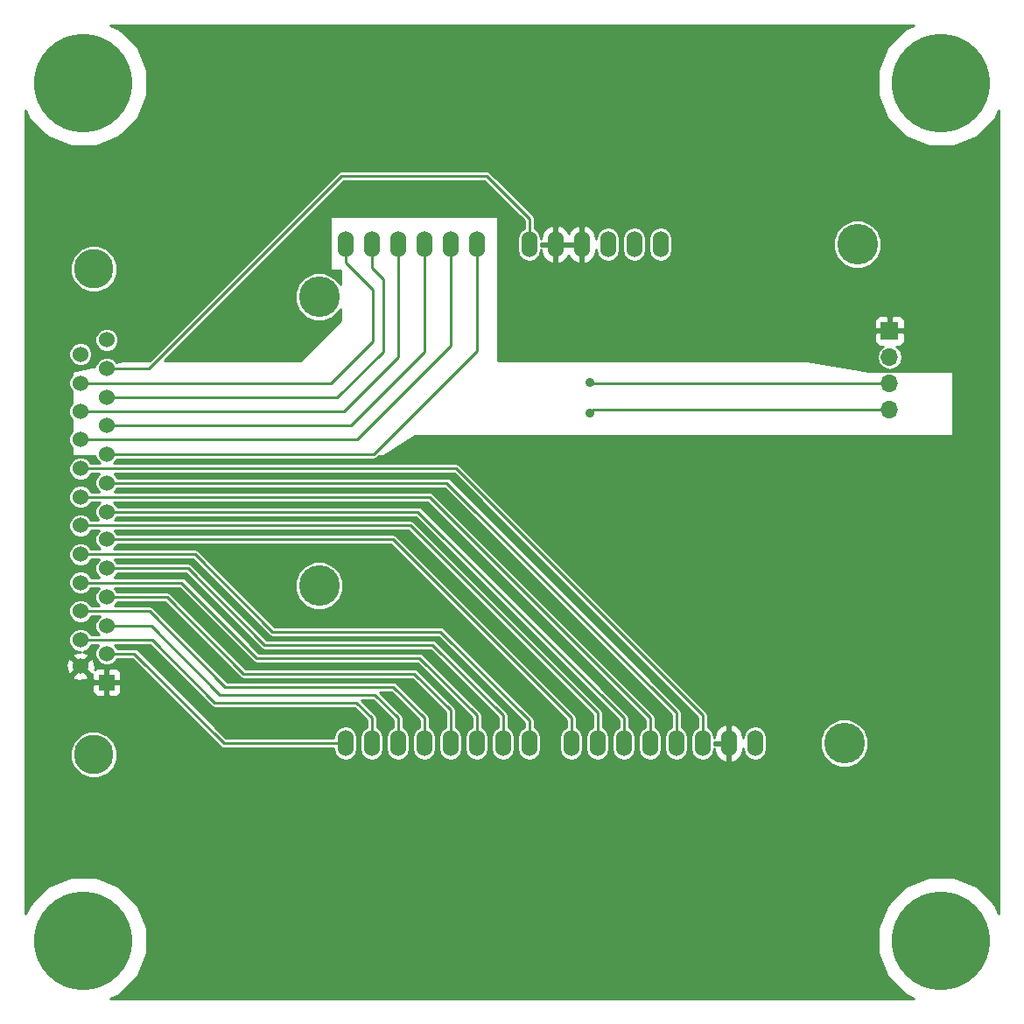
<source format=gbr>
G04 #@! TF.FileFunction,Copper,L2,Bot,Signal*
%FSLAX46Y46*%
G04 Gerber Fmt 4.6, Leading zero omitted, Abs format (unit mm)*
G04 Created by KiCad (PCBNEW (after 2015-mar-04 BZR unknown)-product) date 1/31/2017 4:25:08 PM*
%MOMM*%
G01*
G04 APERTURE LIST*
%ADD10C,0.150000*%
%ADD11O,1.524000X2.540000*%
%ADD12C,3.937000*%
%ADD13C,3.810000*%
%ADD14R,1.524000X1.524000*%
%ADD15C,1.524000*%
%ADD16R,1.700000X1.700000*%
%ADD17O,1.700000X1.700000*%
%ADD18C,9.525000*%
%ADD19C,0.889000*%
%ADD20C,0.254000*%
G04 APERTURE END LIST*
D10*
D11*
X41360000Y-31628000D03*
X43900000Y-31628000D03*
X46440000Y-31628000D03*
X54060000Y-31628000D03*
X51520000Y-31628000D03*
X48980000Y-31628000D03*
X59140000Y-31628000D03*
X61680000Y-31628000D03*
X64220000Y-31628000D03*
X69300000Y-31628000D03*
X71840000Y-31628000D03*
X41360000Y-79888000D03*
X43900000Y-79888000D03*
X46440000Y-79888000D03*
X48980000Y-79888000D03*
X51520000Y-79888000D03*
X54060000Y-79888000D03*
X56600000Y-79888000D03*
X59140000Y-79888000D03*
X63204000Y-79888000D03*
X65744000Y-79888000D03*
X68284000Y-79888000D03*
X70824000Y-79888000D03*
X73364000Y-79888000D03*
X75904000Y-79888000D03*
X78444000Y-79888000D03*
X80984000Y-79888000D03*
X66760000Y-31628000D03*
D12*
X38820000Y-36708000D03*
X38820000Y-64648000D03*
X89620000Y-79888000D03*
X90890000Y-31628000D03*
D13*
X17000000Y-34005000D03*
X17000000Y-80995000D03*
D14*
X18270000Y-74010000D03*
D15*
X18270000Y-71216000D03*
X18270000Y-68549000D03*
X18270000Y-65755000D03*
X18270000Y-62961000D03*
X18270000Y-60167000D03*
X18270000Y-57500000D03*
X18270000Y-54706000D03*
X18270000Y-51912000D03*
X18270000Y-49118000D03*
X18270000Y-46451000D03*
X18270000Y-43657000D03*
X18270000Y-40863000D03*
X15730000Y-72435200D03*
X15730000Y-69895200D03*
X15730000Y-67101200D03*
X15730000Y-64358000D03*
X15730000Y-61614800D03*
X15730000Y-58820800D03*
X15730000Y-56077600D03*
X15730000Y-53334400D03*
X15730000Y-50489600D03*
X15730000Y-47797200D03*
X15730000Y-45054000D03*
X15730000Y-42260000D03*
D16*
X94000000Y-40000000D03*
D17*
X94000000Y-42540000D03*
X94000000Y-45080000D03*
X94000000Y-47620000D03*
D18*
X99000000Y-99000000D03*
X16000000Y-99000000D03*
X99000000Y-16000000D03*
X16000000Y-16000000D03*
D19*
X65000000Y-48000000D03*
X65000000Y-45000000D03*
D20*
X20924000Y-71216000D02*
X29596000Y-79888000D01*
X29596000Y-79888000D02*
X41360000Y-79888000D01*
X18270000Y-71216000D02*
X20924000Y-71216000D01*
X46440000Y-77428000D02*
X46440000Y-79888000D01*
X46440000Y-77428000D02*
X46440000Y-79888000D01*
X22575000Y-68549000D02*
X29210000Y-75184000D01*
X29210000Y-75184000D02*
X44196000Y-75184000D01*
X44196000Y-75184000D02*
X46440000Y-77428000D01*
X18270000Y-68549000D02*
X22575000Y-68549000D01*
X51520000Y-76666000D02*
X51520000Y-79888000D01*
X51520000Y-76666000D02*
X51520000Y-79888000D01*
X24099000Y-65755000D02*
X31496000Y-73152000D01*
X31496000Y-73152000D02*
X48006000Y-73152000D01*
X48006000Y-73152000D02*
X51520000Y-76666000D01*
X18270000Y-65755000D02*
X24099000Y-65755000D01*
X22651200Y-69895200D02*
X28702000Y-75946000D01*
X28702000Y-75946000D02*
X42418000Y-75946000D01*
X42418000Y-75946000D02*
X43900000Y-77428000D01*
X43900000Y-77428000D02*
X43900000Y-79888000D01*
X15730000Y-69895200D02*
X22651200Y-69895200D01*
X22397200Y-67101200D02*
X29718000Y-74422000D01*
X29718000Y-74422000D02*
X45974000Y-74422000D01*
X45974000Y-74422000D02*
X48980000Y-77428000D01*
X48980000Y-77428000D02*
X48980000Y-79888000D01*
X15730000Y-67101200D02*
X22397200Y-67101200D01*
X56600000Y-77174000D02*
X56600000Y-79888000D01*
X56600000Y-77174000D02*
X56600000Y-79888000D01*
X26131000Y-62961000D02*
X33528000Y-70358000D01*
X33528000Y-70358000D02*
X49784000Y-70358000D01*
X49784000Y-70358000D02*
X56600000Y-77174000D01*
X18270000Y-62961000D02*
X26131000Y-62961000D01*
X18270000Y-54706000D02*
X38862000Y-54706000D01*
X51150000Y-54706000D02*
X73364000Y-76920000D01*
X73364000Y-76920000D02*
X73364000Y-79888000D01*
X38862000Y-54706000D02*
X51150000Y-54706000D01*
X18270000Y-57500000D02*
X43180000Y-57500000D01*
X48356000Y-57500000D02*
X68284000Y-77428000D01*
X68284000Y-77428000D02*
X68284000Y-79888000D01*
X43180000Y-57500000D02*
X48356000Y-57500000D01*
X18270000Y-60167000D02*
X40132000Y-60167000D01*
X45943000Y-60167000D02*
X63204000Y-77428000D01*
X63204000Y-77428000D02*
X63204000Y-79888000D01*
X40132000Y-60167000D02*
X45943000Y-60167000D01*
X54060000Y-77174000D02*
X54060000Y-79888000D01*
X54060000Y-77174000D02*
X54060000Y-79888000D01*
X25496000Y-64358000D02*
X32766000Y-71628000D01*
X32766000Y-71628000D02*
X48514000Y-71628000D01*
X48514000Y-71628000D02*
X54060000Y-77174000D01*
X15730000Y-64358000D02*
X25496000Y-64358000D01*
X26816800Y-61614800D02*
X34290000Y-69088000D01*
X34290000Y-69088000D02*
X50546000Y-69088000D01*
X50546000Y-69088000D02*
X59140000Y-77682000D01*
X59140000Y-77682000D02*
X59140000Y-79888000D01*
X15730000Y-61614800D02*
X26816800Y-61614800D01*
X15730000Y-58820800D02*
X44450000Y-58820800D01*
X47644800Y-58820800D02*
X65744000Y-76920000D01*
X65744000Y-76920000D02*
X65744000Y-79888000D01*
X44450000Y-58820800D02*
X47644800Y-58820800D01*
X15730000Y-56077600D02*
X43942000Y-56077600D01*
X49473600Y-56077600D02*
X70824000Y-77428000D01*
X70824000Y-77428000D02*
X70824000Y-79888000D01*
X43942000Y-56077600D02*
X49473600Y-56077600D01*
X75396000Y-79380000D02*
X75904000Y-79888000D01*
X15730000Y-53334400D02*
X42164000Y-53334400D01*
X42164000Y-53334400D02*
X44958000Y-53334400D01*
X52064400Y-53334400D02*
X75904000Y-77174000D01*
X75904000Y-77174000D02*
X75904000Y-79888000D01*
X44958000Y-53334400D02*
X52064400Y-53334400D01*
X15730000Y-47797200D02*
X41202800Y-47797200D01*
X46440000Y-42560000D02*
X46440000Y-31628000D01*
X41202800Y-47797200D02*
X46440000Y-42560000D01*
X15730000Y-45054000D02*
X39946000Y-45054000D01*
X41360000Y-33360000D02*
X41360000Y-31628000D01*
X44000000Y-36000000D02*
X41360000Y-33360000D01*
X44000000Y-41000000D02*
X44000000Y-36000000D01*
X39946000Y-45054000D02*
X44000000Y-41000000D01*
X65000000Y-48000000D02*
X65380000Y-47620000D01*
X65380000Y-47620000D02*
X94000000Y-47620000D01*
X15730000Y-50489600D02*
X42510400Y-50489600D01*
X51520000Y-41480000D02*
X51520000Y-31628000D01*
X42510400Y-50489600D02*
X51520000Y-41480000D01*
X18270000Y-51912000D02*
X44088000Y-51912000D01*
X54060000Y-41940000D02*
X54060000Y-31628000D01*
X44088000Y-51912000D02*
X54060000Y-41940000D01*
X18270000Y-49118000D02*
X41882000Y-49118000D01*
X48980000Y-42020000D02*
X48980000Y-31628000D01*
X41882000Y-49118000D02*
X48980000Y-42020000D01*
X18270000Y-46451000D02*
X40549000Y-46451000D01*
X43900000Y-33900000D02*
X43900000Y-31628000D01*
X45000000Y-35000000D02*
X43900000Y-33900000D01*
X45000000Y-42000000D02*
X45000000Y-35000000D01*
X40549000Y-46451000D02*
X45000000Y-42000000D01*
X65080000Y-45080000D02*
X65000000Y-45000000D01*
X94000000Y-45080000D02*
X65080000Y-45080000D01*
X18270000Y-43657000D02*
X22343000Y-43657000D01*
X59140000Y-29140000D02*
X59140000Y-31628000D01*
X55000000Y-25000000D02*
X59140000Y-29140000D01*
X41000000Y-25000000D02*
X55000000Y-25000000D01*
X22343000Y-43657000D02*
X41000000Y-25000000D01*
G36*
X104569000Y-96348473D02*
X104224815Y-95515482D01*
X102493632Y-93781275D01*
X100230575Y-92841571D01*
X100127000Y-92841480D01*
X100127000Y-50127000D01*
X100127000Y-43873000D01*
X95485000Y-43873000D01*
X95485000Y-40976310D01*
X95485000Y-40723691D01*
X95485000Y-40285750D01*
X95485000Y-39714250D01*
X95485000Y-39276309D01*
X95485000Y-39023690D01*
X95388327Y-38790301D01*
X95209698Y-38611673D01*
X94976309Y-38515000D01*
X94285750Y-38515000D01*
X94127000Y-38673750D01*
X94127000Y-39873000D01*
X95326250Y-39873000D01*
X95485000Y-39714250D01*
X95485000Y-40285750D01*
X95326250Y-40127000D01*
X94127000Y-40127000D01*
X94127000Y-40147000D01*
X93873000Y-40147000D01*
X93873000Y-40127000D01*
X93873000Y-39873000D01*
X93873000Y-38673750D01*
X93714250Y-38515000D01*
X93239907Y-38515000D01*
X93239907Y-31162706D01*
X92882970Y-30298854D01*
X92222622Y-29637353D01*
X91359395Y-29278909D01*
X90424706Y-29278093D01*
X89560854Y-29635030D01*
X88899353Y-30295378D01*
X88540909Y-31158605D01*
X88540093Y-32093294D01*
X88897030Y-32957146D01*
X89557378Y-33618647D01*
X90420605Y-33977091D01*
X91355294Y-33977907D01*
X92219146Y-33620970D01*
X92880647Y-32960622D01*
X93239091Y-32097395D01*
X93239907Y-31162706D01*
X93239907Y-38515000D01*
X93023691Y-38515000D01*
X92790302Y-38611673D01*
X92611673Y-38790301D01*
X92515000Y-39023690D01*
X92515000Y-39276309D01*
X92515000Y-39714250D01*
X92673750Y-39873000D01*
X93873000Y-39873000D01*
X93873000Y-40127000D01*
X92673750Y-40127000D01*
X92515000Y-40285750D01*
X92515000Y-40723691D01*
X92515000Y-40976310D01*
X92611673Y-41209699D01*
X92790302Y-41388327D01*
X93023691Y-41485000D01*
X93381635Y-41485000D01*
X93105435Y-41669552D01*
X92838587Y-42068917D01*
X92744883Y-42540000D01*
X92838587Y-43011083D01*
X93105435Y-43410448D01*
X93504800Y-43677296D01*
X93975883Y-43771000D01*
X94024117Y-43771000D01*
X94495200Y-43677296D01*
X94894565Y-43410448D01*
X95161413Y-43011083D01*
X95255117Y-42540000D01*
X95161413Y-42068917D01*
X94894565Y-41669552D01*
X94618364Y-41485000D01*
X94976309Y-41485000D01*
X95209698Y-41388327D01*
X95388327Y-41209699D01*
X95485000Y-40976310D01*
X95485000Y-43873000D01*
X94144773Y-43873000D01*
X94024117Y-43849000D01*
X93975883Y-43849000D01*
X93855226Y-43873000D01*
X92010511Y-43873000D01*
X86010511Y-42873000D01*
X72983000Y-42873000D01*
X72983000Y-32168345D01*
X72983000Y-31087655D01*
X72895994Y-30650248D01*
X72648223Y-30279432D01*
X72277407Y-30031661D01*
X71840000Y-29944655D01*
X71402593Y-30031661D01*
X71031777Y-30279432D01*
X70784006Y-30650248D01*
X70697000Y-31087655D01*
X70697000Y-32168345D01*
X70784006Y-32605752D01*
X71031777Y-32976568D01*
X71402593Y-33224339D01*
X71840000Y-33311345D01*
X72277407Y-33224339D01*
X72648223Y-32976568D01*
X72895994Y-32605752D01*
X72983000Y-32168345D01*
X72983000Y-42873000D01*
X70443000Y-42873000D01*
X70443000Y-32168345D01*
X70443000Y-31087655D01*
X70355994Y-30650248D01*
X70108223Y-30279432D01*
X69737407Y-30031661D01*
X69300000Y-29944655D01*
X68862593Y-30031661D01*
X68491777Y-30279432D01*
X68244006Y-30650248D01*
X68157000Y-31087655D01*
X68157000Y-32168345D01*
X68244006Y-32605752D01*
X68491777Y-32976568D01*
X68862593Y-33224339D01*
X69300000Y-33311345D01*
X69737407Y-33224339D01*
X70108223Y-32976568D01*
X70355994Y-32605752D01*
X70443000Y-32168345D01*
X70443000Y-42873000D01*
X67903000Y-42873000D01*
X67903000Y-32168345D01*
X67903000Y-31087655D01*
X67815994Y-30650248D01*
X67568223Y-30279432D01*
X67197407Y-30031661D01*
X66760000Y-29944655D01*
X66322593Y-30031661D01*
X65951777Y-30279432D01*
X65704006Y-30650248D01*
X65617000Y-31087655D01*
X65617000Y-30993000D01*
X65462059Y-30468059D01*
X65118026Y-30042370D01*
X64637277Y-29780740D01*
X64563070Y-29765780D01*
X64347000Y-29888280D01*
X64347000Y-31501000D01*
X64367000Y-31501000D01*
X64367000Y-31755000D01*
X64347000Y-31755000D01*
X64347000Y-33367720D01*
X64563070Y-33490220D01*
X64637277Y-33475260D01*
X65118026Y-33213630D01*
X65462059Y-32787941D01*
X65617000Y-32263000D01*
X65617000Y-32168345D01*
X65704006Y-32605752D01*
X65951777Y-32976568D01*
X66322593Y-33224339D01*
X66760000Y-33311345D01*
X67197407Y-33224339D01*
X67568223Y-32976568D01*
X67815994Y-32605752D01*
X67903000Y-32168345D01*
X67903000Y-42873000D01*
X64093000Y-42873000D01*
X64093000Y-33367720D01*
X64093000Y-31755000D01*
X64093000Y-31501000D01*
X64093000Y-29888280D01*
X63876930Y-29765780D01*
X63802723Y-29780740D01*
X63321974Y-30042370D01*
X62977941Y-30468059D01*
X62950000Y-30562723D01*
X62922059Y-30468059D01*
X62578026Y-30042370D01*
X62097277Y-29780740D01*
X62023070Y-29765780D01*
X61807000Y-29888280D01*
X61807000Y-31501000D01*
X62823000Y-31501000D01*
X63077000Y-31501000D01*
X64093000Y-31501000D01*
X64093000Y-31755000D01*
X63077000Y-31755000D01*
X62823000Y-31755000D01*
X61807000Y-31755000D01*
X61807000Y-33367720D01*
X62023070Y-33490220D01*
X62097277Y-33475260D01*
X62578026Y-33213630D01*
X62922059Y-32787941D01*
X62950000Y-32693276D01*
X62977941Y-32787941D01*
X63321974Y-33213630D01*
X63802723Y-33475260D01*
X63876930Y-33490220D01*
X64093000Y-33367720D01*
X64093000Y-42873000D01*
X56127000Y-42873000D01*
X56127000Y-28873000D01*
X39873000Y-28873000D01*
X39873000Y-34127000D01*
X40873000Y-34127000D01*
X40873000Y-35524137D01*
X40812970Y-35378854D01*
X40152622Y-34717353D01*
X39289395Y-34358909D01*
X38354706Y-34358093D01*
X37490854Y-34715030D01*
X36829353Y-35375378D01*
X36470909Y-36238605D01*
X36470093Y-37173294D01*
X36827030Y-38037146D01*
X37487378Y-38698647D01*
X38350605Y-39057091D01*
X39285294Y-39057907D01*
X40149146Y-38700970D01*
X40810647Y-38040622D01*
X40873000Y-37890459D01*
X40873000Y-38947395D01*
X36947395Y-42873000D01*
X23845420Y-42873000D01*
X41210420Y-25508000D01*
X54789580Y-25508000D01*
X58632000Y-29350420D01*
X58632000Y-30078829D01*
X58331777Y-30279432D01*
X58084006Y-30650248D01*
X57997000Y-31087655D01*
X57997000Y-32168345D01*
X58084006Y-32605752D01*
X58331777Y-32976568D01*
X58702593Y-33224339D01*
X59140000Y-33311345D01*
X59577407Y-33224339D01*
X59948223Y-32976568D01*
X60195994Y-32605752D01*
X60283000Y-32168345D01*
X60283000Y-32263000D01*
X60437941Y-32787941D01*
X60781974Y-33213630D01*
X61262723Y-33475260D01*
X61336930Y-33490220D01*
X61553000Y-33367720D01*
X61553000Y-31755000D01*
X60283000Y-31755000D01*
X60283000Y-31501000D01*
X61553000Y-31501000D01*
X61553000Y-29888280D01*
X61336930Y-29765780D01*
X61262723Y-29780740D01*
X60781974Y-30042370D01*
X60437941Y-30468059D01*
X60283000Y-30993000D01*
X60283000Y-31087655D01*
X60195994Y-30650248D01*
X59948223Y-30279432D01*
X59648000Y-30078829D01*
X59648000Y-29140000D01*
X59609331Y-28945597D01*
X59609331Y-28945596D01*
X59499210Y-28780790D01*
X55359210Y-24640790D01*
X55194403Y-24530669D01*
X55000000Y-24492000D01*
X41000000Y-24492000D01*
X40837849Y-24524253D01*
X40805596Y-24530669D01*
X40640789Y-24640790D01*
X22408579Y-42873000D01*
X19987425Y-42873000D01*
X19413198Y-42987845D01*
X19413198Y-40636641D01*
X19286396Y-40329754D01*
X19286396Y-33552281D01*
X18939106Y-32711777D01*
X18296605Y-32068154D01*
X17456708Y-31719398D01*
X16547281Y-31718604D01*
X15706777Y-32065894D01*
X15063154Y-32708395D01*
X14714398Y-33548292D01*
X14713604Y-34457719D01*
X15060894Y-35298223D01*
X15703395Y-35941846D01*
X16543292Y-36290602D01*
X17452719Y-36291396D01*
X18293223Y-35944106D01*
X18936846Y-35301605D01*
X19285602Y-34461708D01*
X19286396Y-33552281D01*
X19286396Y-40329754D01*
X19239554Y-40216388D01*
X18918303Y-39894577D01*
X18498354Y-39720199D01*
X18043641Y-39719802D01*
X17623388Y-39893446D01*
X17301577Y-40214697D01*
X17127199Y-40634646D01*
X17126802Y-41089359D01*
X17300446Y-41509612D01*
X17621697Y-41831423D01*
X18041646Y-42005801D01*
X18496359Y-42006198D01*
X18916612Y-41832554D01*
X19238423Y-41511303D01*
X19412801Y-41091354D01*
X19413198Y-40636641D01*
X19413198Y-42987845D01*
X19244204Y-43021644D01*
X19239554Y-43010388D01*
X18918303Y-42688577D01*
X18498354Y-42514199D01*
X18043641Y-42513802D01*
X17623388Y-42687446D01*
X17301577Y-43008697D01*
X17127199Y-43428646D01*
X17127184Y-43445048D01*
X16873198Y-43495845D01*
X16873198Y-42033641D01*
X16699554Y-41613388D01*
X16378303Y-41291577D01*
X15958354Y-41117199D01*
X15503641Y-41116802D01*
X15083388Y-41290446D01*
X14761577Y-41611697D01*
X14587199Y-42031646D01*
X14586802Y-42486359D01*
X14760446Y-42906612D01*
X15081697Y-43228423D01*
X15501646Y-43402801D01*
X15956359Y-43403198D01*
X16376612Y-43229554D01*
X16698423Y-42908303D01*
X16872801Y-42488354D01*
X16873198Y-42033641D01*
X16873198Y-43495845D01*
X14873000Y-43895885D01*
X14873000Y-44294467D01*
X14761577Y-44405697D01*
X14587199Y-44825646D01*
X14586802Y-45280359D01*
X14760446Y-45700612D01*
X14873000Y-45813362D01*
X14873000Y-47037667D01*
X14761577Y-47148897D01*
X14587199Y-47568846D01*
X14586802Y-48023559D01*
X14760446Y-48443812D01*
X14873000Y-48556562D01*
X14873000Y-49730067D01*
X14761577Y-49841297D01*
X14587199Y-50261246D01*
X14586802Y-50715959D01*
X14760446Y-51136212D01*
X14873000Y-51248962D01*
X14873000Y-52127000D01*
X17126811Y-52127000D01*
X17126802Y-52138359D01*
X17300446Y-52558612D01*
X17567768Y-52826400D01*
X16756826Y-52826400D01*
X16699554Y-52687788D01*
X16378303Y-52365977D01*
X15958354Y-52191599D01*
X15503641Y-52191202D01*
X15083388Y-52364846D01*
X14761577Y-52686097D01*
X14587199Y-53106046D01*
X14586802Y-53560759D01*
X14760446Y-53981012D01*
X15081697Y-54302823D01*
X15501646Y-54477201D01*
X15956359Y-54477598D01*
X16376612Y-54303954D01*
X16698423Y-53982703D01*
X16756681Y-53842400D01*
X17517249Y-53842400D01*
X17301577Y-54057697D01*
X17127199Y-54477646D01*
X17126802Y-54932359D01*
X17300446Y-55352612D01*
X17517056Y-55569600D01*
X16756826Y-55569600D01*
X16699554Y-55430988D01*
X16378303Y-55109177D01*
X15958354Y-54934799D01*
X15503641Y-54934402D01*
X15083388Y-55108046D01*
X14761577Y-55429297D01*
X14587199Y-55849246D01*
X14586802Y-56303959D01*
X14760446Y-56724212D01*
X15081697Y-57046023D01*
X15501646Y-57220401D01*
X15956359Y-57220798D01*
X16376612Y-57047154D01*
X16698423Y-56725903D01*
X16756681Y-56585600D01*
X17568137Y-56585600D01*
X17301577Y-56851697D01*
X17127199Y-57271646D01*
X17126802Y-57726359D01*
X17300446Y-58146612D01*
X17466344Y-58312800D01*
X16756826Y-58312800D01*
X16699554Y-58174188D01*
X16378303Y-57852377D01*
X15958354Y-57677999D01*
X15503641Y-57677602D01*
X15083388Y-57851246D01*
X14761577Y-58172497D01*
X14587199Y-58592446D01*
X14586802Y-59047159D01*
X14760446Y-59467412D01*
X15081697Y-59789223D01*
X15501646Y-59963601D01*
X15956359Y-59963998D01*
X16376612Y-59790354D01*
X16698423Y-59469103D01*
X16756681Y-59328800D01*
X17491805Y-59328800D01*
X17301577Y-59518697D01*
X17127199Y-59938646D01*
X17126802Y-60393359D01*
X17300446Y-60813612D01*
X17593123Y-61106800D01*
X16756826Y-61106800D01*
X16699554Y-60968188D01*
X16378303Y-60646377D01*
X15958354Y-60471999D01*
X15503641Y-60471602D01*
X15083388Y-60645246D01*
X14761577Y-60966497D01*
X14587199Y-61386446D01*
X14586802Y-61841159D01*
X14760446Y-62261412D01*
X15081697Y-62583223D01*
X15501646Y-62757601D01*
X15956359Y-62757998D01*
X16376612Y-62584354D01*
X16698423Y-62263103D01*
X16756681Y-62122800D01*
X17491805Y-62122800D01*
X17301577Y-62312697D01*
X17127199Y-62732646D01*
X17126802Y-63187359D01*
X17300446Y-63607612D01*
X17542412Y-63850000D01*
X16756826Y-63850000D01*
X16699554Y-63711388D01*
X16378303Y-63389577D01*
X15958354Y-63215199D01*
X15503641Y-63214802D01*
X15083388Y-63388446D01*
X14761577Y-63709697D01*
X14587199Y-64129646D01*
X14586802Y-64584359D01*
X14760446Y-65004612D01*
X15081697Y-65326423D01*
X15501646Y-65500801D01*
X15956359Y-65501198D01*
X16376612Y-65327554D01*
X16698423Y-65006303D01*
X16756681Y-64866000D01*
X17542693Y-64866000D01*
X17301577Y-65106697D01*
X17127199Y-65526646D01*
X17126802Y-65981359D01*
X17300446Y-66401612D01*
X17491700Y-66593200D01*
X16756826Y-66593200D01*
X16699554Y-66454588D01*
X16378303Y-66132777D01*
X15958354Y-65958399D01*
X15503641Y-65958002D01*
X15083388Y-66131646D01*
X14761577Y-66452897D01*
X14587199Y-66872846D01*
X14586802Y-67327559D01*
X14760446Y-67747812D01*
X15081697Y-68069623D01*
X15501646Y-68244001D01*
X15956359Y-68244398D01*
X16376612Y-68070754D01*
X16698423Y-67749503D01*
X16756681Y-67609200D01*
X17593582Y-67609200D01*
X17301577Y-67900697D01*
X17127199Y-68320646D01*
X17126802Y-68775359D01*
X17300446Y-69195612D01*
X17491700Y-69387200D01*
X16756826Y-69387200D01*
X16699554Y-69248588D01*
X16378303Y-68926777D01*
X15958354Y-68752399D01*
X15503641Y-68752002D01*
X15083388Y-68925646D01*
X14761577Y-69246897D01*
X14587199Y-69666846D01*
X14586802Y-70121559D01*
X14760446Y-70541812D01*
X15081697Y-70863623D01*
X15501646Y-71038001D01*
X15695660Y-71038170D01*
X15382632Y-71053838D01*
X14998857Y-71212803D01*
X14929392Y-71454987D01*
X15730000Y-72255595D01*
X16530608Y-71454987D01*
X16461143Y-71212803D01*
X15963741Y-71035347D01*
X16376612Y-70864754D01*
X16698423Y-70543503D01*
X16756681Y-70403200D01*
X17466360Y-70403200D01*
X17301577Y-70567697D01*
X17127199Y-70987646D01*
X17126802Y-71442359D01*
X17300446Y-71862612D01*
X17621697Y-72184423D01*
X18041646Y-72358801D01*
X18496359Y-72359198D01*
X18916612Y-72185554D01*
X19238423Y-71864303D01*
X19296681Y-71724000D01*
X20713580Y-71724000D01*
X29236790Y-80247210D01*
X29401597Y-80357331D01*
X29596000Y-80396000D01*
X40217000Y-80396000D01*
X40217000Y-80428345D01*
X40304006Y-80865752D01*
X40551777Y-81236568D01*
X40922593Y-81484339D01*
X41360000Y-81571345D01*
X41797407Y-81484339D01*
X42168223Y-81236568D01*
X42415994Y-80865752D01*
X42503000Y-80428345D01*
X42503000Y-79347655D01*
X42415994Y-78910248D01*
X42168223Y-78539432D01*
X41797407Y-78291661D01*
X41360000Y-78204655D01*
X40922593Y-78291661D01*
X40551777Y-78539432D01*
X40304006Y-78910248D01*
X40217000Y-79347655D01*
X40217000Y-79380000D01*
X29806420Y-79380000D01*
X21283210Y-70856790D01*
X21118403Y-70746669D01*
X20924000Y-70708000D01*
X19296826Y-70708000D01*
X19239554Y-70569388D01*
X19073655Y-70403200D01*
X22440779Y-70403200D01*
X28342789Y-76305210D01*
X28342790Y-76305210D01*
X28507596Y-76415331D01*
X28507597Y-76415331D01*
X28539849Y-76421746D01*
X28702000Y-76454000D01*
X42207579Y-76454000D01*
X43392000Y-77638420D01*
X43392000Y-78338829D01*
X43091777Y-78539432D01*
X42844006Y-78910248D01*
X42757000Y-79347655D01*
X42757000Y-80428345D01*
X42844006Y-80865752D01*
X43091777Y-81236568D01*
X43462593Y-81484339D01*
X43900000Y-81571345D01*
X44337407Y-81484339D01*
X44708223Y-81236568D01*
X44955994Y-80865752D01*
X45043000Y-80428345D01*
X45043000Y-79347655D01*
X44955994Y-78910248D01*
X44708223Y-78539432D01*
X44408000Y-78338829D01*
X44408000Y-77428000D01*
X44369331Y-77233597D01*
X44369330Y-77233596D01*
X44332790Y-77178910D01*
X44259210Y-77068790D01*
X44259210Y-77068789D01*
X42882420Y-75692000D01*
X43985580Y-75692000D01*
X45932000Y-77638420D01*
X45932000Y-78338829D01*
X45631777Y-78539432D01*
X45384006Y-78910248D01*
X45297000Y-79347655D01*
X45297000Y-80428345D01*
X45384006Y-80865752D01*
X45631777Y-81236568D01*
X46002593Y-81484339D01*
X46440000Y-81571345D01*
X46877407Y-81484339D01*
X47248223Y-81236568D01*
X47495994Y-80865752D01*
X47583000Y-80428345D01*
X47583000Y-79347655D01*
X47495994Y-78910248D01*
X47248223Y-78539432D01*
X46948000Y-78338829D01*
X46948000Y-77428000D01*
X46915746Y-77265849D01*
X46909331Y-77233597D01*
X46909331Y-77233596D01*
X46799210Y-77068790D01*
X44660420Y-74930000D01*
X45763580Y-74930000D01*
X48472000Y-77638420D01*
X48472000Y-78338829D01*
X48171777Y-78539432D01*
X47924006Y-78910248D01*
X47837000Y-79347655D01*
X47837000Y-80428345D01*
X47924006Y-80865752D01*
X48171777Y-81236568D01*
X48542593Y-81484339D01*
X48980000Y-81571345D01*
X49417407Y-81484339D01*
X49788223Y-81236568D01*
X50035994Y-80865752D01*
X50123000Y-80428345D01*
X50123000Y-79347655D01*
X50035994Y-78910248D01*
X49788223Y-78539432D01*
X49488000Y-78338829D01*
X49488000Y-77428000D01*
X49449331Y-77233597D01*
X49339210Y-77068790D01*
X46333210Y-74062790D01*
X46168403Y-73952669D01*
X45974000Y-73914000D01*
X29928420Y-73914000D01*
X22756410Y-66741990D01*
X22591603Y-66631869D01*
X22397200Y-66593200D01*
X19048194Y-66593200D01*
X19238423Y-66403303D01*
X19296681Y-66263000D01*
X23888580Y-66263000D01*
X31136790Y-73511210D01*
X31301597Y-73621331D01*
X31496000Y-73660000D01*
X47795579Y-73660000D01*
X51012000Y-76876420D01*
X51012000Y-78338829D01*
X50711777Y-78539432D01*
X50464006Y-78910248D01*
X50377000Y-79347655D01*
X50377000Y-80428345D01*
X50464006Y-80865752D01*
X50711777Y-81236568D01*
X51082593Y-81484339D01*
X51520000Y-81571345D01*
X51957407Y-81484339D01*
X52328223Y-81236568D01*
X52575994Y-80865752D01*
X52663000Y-80428345D01*
X52663000Y-79347655D01*
X52575994Y-78910248D01*
X52328223Y-78539432D01*
X52028000Y-78338829D01*
X52028000Y-76666000D01*
X51989331Y-76471597D01*
X51989330Y-76471596D01*
X51952790Y-76416910D01*
X51879210Y-76306790D01*
X51879210Y-76306789D01*
X48365210Y-72792790D01*
X48200403Y-72682669D01*
X48006000Y-72644000D01*
X31706420Y-72644000D01*
X24458210Y-65395790D01*
X24293403Y-65285669D01*
X24099000Y-65247000D01*
X19296826Y-65247000D01*
X19239554Y-65108388D01*
X18997587Y-64866000D01*
X25285579Y-64866000D01*
X32406790Y-71987211D01*
X32571597Y-72097331D01*
X32766000Y-72136000D01*
X48303579Y-72136000D01*
X53552000Y-77384420D01*
X53552000Y-78338829D01*
X53251777Y-78539432D01*
X53004006Y-78910248D01*
X52917000Y-79347655D01*
X52917000Y-80428345D01*
X53004006Y-80865752D01*
X53251777Y-81236568D01*
X53622593Y-81484339D01*
X54060000Y-81571345D01*
X54497407Y-81484339D01*
X54868223Y-81236568D01*
X55115994Y-80865752D01*
X55203000Y-80428345D01*
X55203000Y-79347655D01*
X55115994Y-78910248D01*
X54868223Y-78539432D01*
X54568000Y-78338829D01*
X54568000Y-77174000D01*
X54535746Y-77011849D01*
X54529331Y-76979597D01*
X54529331Y-76979596D01*
X54419210Y-76814790D01*
X54419210Y-76814789D01*
X48873210Y-71268790D01*
X48708403Y-71158669D01*
X48514000Y-71120000D01*
X32976420Y-71120000D01*
X25855210Y-63998790D01*
X25690403Y-63888669D01*
X25496000Y-63850000D01*
X18997306Y-63850000D01*
X19238423Y-63609303D01*
X19296681Y-63469000D01*
X25920580Y-63469000D01*
X33168790Y-70717210D01*
X33333597Y-70827331D01*
X33528000Y-70866000D01*
X49573580Y-70866000D01*
X56092000Y-77384420D01*
X56092000Y-78338829D01*
X55791777Y-78539432D01*
X55544006Y-78910248D01*
X55457000Y-79347655D01*
X55457000Y-80428345D01*
X55544006Y-80865752D01*
X55791777Y-81236568D01*
X56162593Y-81484339D01*
X56600000Y-81571345D01*
X57037407Y-81484339D01*
X57408223Y-81236568D01*
X57655994Y-80865752D01*
X57743000Y-80428345D01*
X57743000Y-79347655D01*
X57655994Y-78910248D01*
X57408223Y-78539432D01*
X57108000Y-78338829D01*
X57108000Y-77174000D01*
X57069331Y-76979597D01*
X56959210Y-76814790D01*
X50143210Y-69998790D01*
X49978403Y-69888669D01*
X49784000Y-69850000D01*
X33738420Y-69850000D01*
X26490210Y-62601790D01*
X26325403Y-62491669D01*
X26131000Y-62453000D01*
X19296826Y-62453000D01*
X19239554Y-62314388D01*
X19048299Y-62122800D01*
X26606380Y-62122800D01*
X33930790Y-69447210D01*
X34095597Y-69557331D01*
X34290000Y-69596000D01*
X50335580Y-69596000D01*
X58632000Y-77892420D01*
X58632000Y-78338829D01*
X58331777Y-78539432D01*
X58084006Y-78910248D01*
X57997000Y-79347655D01*
X57997000Y-80428345D01*
X58084006Y-80865752D01*
X58331777Y-81236568D01*
X58702593Y-81484339D01*
X59140000Y-81571345D01*
X59577407Y-81484339D01*
X59948223Y-81236568D01*
X60195994Y-80865752D01*
X60283000Y-80428345D01*
X60283000Y-79347655D01*
X60195994Y-78910248D01*
X59948223Y-78539432D01*
X59648000Y-78338829D01*
X59648000Y-77682000D01*
X59615746Y-77519849D01*
X59609331Y-77487597D01*
X59609331Y-77487596D01*
X59499210Y-77322790D01*
X50905210Y-68728790D01*
X50740403Y-68618669D01*
X50546000Y-68580000D01*
X41169907Y-68580000D01*
X41169907Y-64182706D01*
X40812970Y-63318854D01*
X40152622Y-62657353D01*
X39289395Y-62298909D01*
X38354706Y-62298093D01*
X37490854Y-62655030D01*
X36829353Y-63315378D01*
X36470909Y-64178605D01*
X36470093Y-65113294D01*
X36827030Y-65977146D01*
X37487378Y-66638647D01*
X38350605Y-66997091D01*
X39285294Y-66997907D01*
X40149146Y-66640970D01*
X40810647Y-65980622D01*
X41169091Y-65117395D01*
X41169907Y-64182706D01*
X41169907Y-68580000D01*
X34500420Y-68580000D01*
X27176010Y-61255590D01*
X27011203Y-61145469D01*
X26816800Y-61106800D01*
X18946417Y-61106800D01*
X19238423Y-60815303D01*
X19296681Y-60675000D01*
X40132000Y-60675000D01*
X45732579Y-60675000D01*
X62696000Y-77638420D01*
X62696000Y-78338829D01*
X62395777Y-78539432D01*
X62148006Y-78910248D01*
X62061000Y-79347655D01*
X62061000Y-80428345D01*
X62148006Y-80865752D01*
X62395777Y-81236568D01*
X62766593Y-81484339D01*
X63204000Y-81571345D01*
X63641407Y-81484339D01*
X64012223Y-81236568D01*
X64259994Y-80865752D01*
X64347000Y-80428345D01*
X64347000Y-79347655D01*
X64259994Y-78910248D01*
X64012223Y-78539432D01*
X63712000Y-78338829D01*
X63712000Y-77428000D01*
X63679746Y-77265849D01*
X63673331Y-77233597D01*
X63673331Y-77233596D01*
X63563210Y-77068790D01*
X46302210Y-59807790D01*
X46137403Y-59697669D01*
X45943000Y-59659000D01*
X40132000Y-59659000D01*
X19296826Y-59659000D01*
X19239554Y-59520388D01*
X19048299Y-59328800D01*
X44450000Y-59328800D01*
X47434380Y-59328800D01*
X65236000Y-77130420D01*
X65236000Y-78338829D01*
X64935777Y-78539432D01*
X64688006Y-78910248D01*
X64601000Y-79347655D01*
X64601000Y-80428345D01*
X64688006Y-80865752D01*
X64935777Y-81236568D01*
X65306593Y-81484339D01*
X65744000Y-81571345D01*
X66181407Y-81484339D01*
X66552223Y-81236568D01*
X66799994Y-80865752D01*
X66887000Y-80428345D01*
X66887000Y-79347655D01*
X66799994Y-78910248D01*
X66552223Y-78539432D01*
X66252000Y-78338829D01*
X66252000Y-76920000D01*
X66213331Y-76725597D01*
X66213331Y-76725596D01*
X66103210Y-76560790D01*
X48004010Y-58461590D01*
X47839203Y-58351469D01*
X47644800Y-58312800D01*
X44450000Y-58312800D01*
X19073639Y-58312800D01*
X19238423Y-58148303D01*
X19296681Y-58008000D01*
X43180000Y-58008000D01*
X48145580Y-58008000D01*
X67776000Y-77638420D01*
X67776000Y-78338829D01*
X67475777Y-78539432D01*
X67228006Y-78910248D01*
X67141000Y-79347655D01*
X67141000Y-80428345D01*
X67228006Y-80865752D01*
X67475777Y-81236568D01*
X67846593Y-81484339D01*
X68284000Y-81571345D01*
X68721407Y-81484339D01*
X69092223Y-81236568D01*
X69339994Y-80865752D01*
X69427000Y-80428345D01*
X69427000Y-79347655D01*
X69339994Y-78910248D01*
X69092223Y-78539432D01*
X68792000Y-78338829D01*
X68792000Y-77428000D01*
X68753331Y-77233597D01*
X68643210Y-77068790D01*
X48715210Y-57140790D01*
X48550403Y-57030669D01*
X48356000Y-56992000D01*
X43180000Y-56992000D01*
X19296826Y-56992000D01*
X19239554Y-56853388D01*
X18972231Y-56585600D01*
X43942000Y-56585600D01*
X49263180Y-56585600D01*
X70316000Y-77638420D01*
X70316000Y-78338829D01*
X70015777Y-78539432D01*
X69768006Y-78910248D01*
X69681000Y-79347655D01*
X69681000Y-80428345D01*
X69768006Y-80865752D01*
X70015777Y-81236568D01*
X70386593Y-81484339D01*
X70824000Y-81571345D01*
X71261407Y-81484339D01*
X71632223Y-81236568D01*
X71879994Y-80865752D01*
X71967000Y-80428345D01*
X71967000Y-79347655D01*
X71879994Y-78910248D01*
X71632223Y-78539432D01*
X71332000Y-78338829D01*
X71332000Y-77428000D01*
X71299746Y-77265849D01*
X71293331Y-77233597D01*
X71293331Y-77233596D01*
X71183210Y-77068790D01*
X49832810Y-55718390D01*
X49668003Y-55608269D01*
X49473600Y-55569600D01*
X43942000Y-55569600D01*
X19022750Y-55569600D01*
X19238423Y-55354303D01*
X19296681Y-55214000D01*
X38862000Y-55214000D01*
X50939580Y-55214000D01*
X72856000Y-77130420D01*
X72856000Y-78338829D01*
X72555777Y-78539432D01*
X72308006Y-78910248D01*
X72221000Y-79347655D01*
X72221000Y-80428345D01*
X72308006Y-80865752D01*
X72555777Y-81236568D01*
X72926593Y-81484339D01*
X73364000Y-81571345D01*
X73801407Y-81484339D01*
X74172223Y-81236568D01*
X74419994Y-80865752D01*
X74507000Y-80428345D01*
X74507000Y-79347655D01*
X74419994Y-78910248D01*
X74172223Y-78539432D01*
X73872000Y-78338829D01*
X73872000Y-76920000D01*
X73833331Y-76725597D01*
X73833331Y-76725596D01*
X73723210Y-76560790D01*
X51509210Y-54346790D01*
X51344403Y-54236669D01*
X51150000Y-54198000D01*
X38862000Y-54198000D01*
X19296826Y-54198000D01*
X19239554Y-54059388D01*
X19022943Y-53842400D01*
X42164000Y-53842400D01*
X44958000Y-53842400D01*
X51853980Y-53842400D01*
X75396000Y-77384420D01*
X75396000Y-78338829D01*
X75095777Y-78539432D01*
X74848006Y-78910248D01*
X74761000Y-79347655D01*
X74761000Y-80428345D01*
X74848006Y-80865752D01*
X75095777Y-81236568D01*
X75466593Y-81484339D01*
X75904000Y-81571345D01*
X76341407Y-81484339D01*
X76712223Y-81236568D01*
X76959994Y-80865752D01*
X77047000Y-80428345D01*
X77047000Y-80523000D01*
X77201941Y-81047941D01*
X77545974Y-81473630D01*
X78026723Y-81735260D01*
X78100930Y-81750220D01*
X78317000Y-81627720D01*
X78317000Y-80015000D01*
X77047000Y-80015000D01*
X77047000Y-79761000D01*
X78317000Y-79761000D01*
X78317000Y-78148280D01*
X78100930Y-78025780D01*
X78026723Y-78040740D01*
X77545974Y-78302370D01*
X77201941Y-78728059D01*
X77047000Y-79253000D01*
X77047000Y-79347655D01*
X76959994Y-78910248D01*
X76712223Y-78539432D01*
X76412000Y-78338829D01*
X76412000Y-77174000D01*
X76373331Y-76979597D01*
X76263210Y-76814790D01*
X52423610Y-52975190D01*
X52258803Y-52865069D01*
X52064400Y-52826400D01*
X44958000Y-52826400D01*
X42164000Y-52826400D01*
X18971862Y-52826400D01*
X19238423Y-52560303D01*
X19296681Y-52420000D01*
X44088000Y-52420000D01*
X44282403Y-52381331D01*
X44447210Y-52271210D01*
X44591420Y-52127000D01*
X45038453Y-52127000D01*
X48038453Y-50127000D01*
X100127000Y-50127000D01*
X100127000Y-92841480D01*
X97780175Y-92839433D01*
X95515482Y-93775185D01*
X93781275Y-95506368D01*
X92841571Y-97769425D01*
X92839433Y-100219825D01*
X93775185Y-102484518D01*
X95506368Y-104218725D01*
X96349923Y-104569000D01*
X91969907Y-104569000D01*
X91969907Y-79422706D01*
X91612970Y-78558854D01*
X90952622Y-77897353D01*
X90089395Y-77538909D01*
X89154706Y-77538093D01*
X88290854Y-77895030D01*
X87629353Y-78555378D01*
X87270909Y-79418605D01*
X87270093Y-80353294D01*
X87627030Y-81217146D01*
X88287378Y-81878647D01*
X89150605Y-82237091D01*
X90085294Y-82237907D01*
X90949146Y-81880970D01*
X91610647Y-81220622D01*
X91969091Y-80357395D01*
X91969907Y-79422706D01*
X91969907Y-104569000D01*
X82127000Y-104569000D01*
X82127000Y-80428345D01*
X82127000Y-79347655D01*
X82039994Y-78910248D01*
X81792223Y-78539432D01*
X81421407Y-78291661D01*
X80984000Y-78204655D01*
X80546593Y-78291661D01*
X80175777Y-78539432D01*
X79928006Y-78910248D01*
X79841000Y-79347655D01*
X79841000Y-79253000D01*
X79686059Y-78728059D01*
X79342026Y-78302370D01*
X78861277Y-78040740D01*
X78787070Y-78025780D01*
X78571000Y-78148280D01*
X78571000Y-79761000D01*
X78591000Y-79761000D01*
X78591000Y-80015000D01*
X78571000Y-80015000D01*
X78571000Y-81627720D01*
X78787070Y-81750220D01*
X78861277Y-81735260D01*
X79342026Y-81473630D01*
X79686059Y-81047941D01*
X79841000Y-80523000D01*
X79841000Y-80428345D01*
X79928006Y-80865752D01*
X80175777Y-81236568D01*
X80546593Y-81484339D01*
X80984000Y-81571345D01*
X81421407Y-81484339D01*
X81792223Y-81236568D01*
X82039994Y-80865752D01*
X82127000Y-80428345D01*
X82127000Y-104569000D01*
X18651526Y-104569000D01*
X19484518Y-104224815D01*
X21218725Y-102493632D01*
X22158429Y-100230575D01*
X22160567Y-97780175D01*
X21224815Y-95515482D01*
X19667000Y-93954945D01*
X19667000Y-74898309D01*
X19667000Y-74295750D01*
X19667000Y-73724250D01*
X19667000Y-73121691D01*
X19570327Y-72888302D01*
X19391699Y-72709673D01*
X19158310Y-72613000D01*
X18905691Y-72613000D01*
X18555750Y-72613000D01*
X18397000Y-72771750D01*
X18397000Y-73883000D01*
X19508250Y-73883000D01*
X19667000Y-73724250D01*
X19667000Y-74295750D01*
X19508250Y-74137000D01*
X18397000Y-74137000D01*
X18397000Y-75248250D01*
X18555750Y-75407000D01*
X18905691Y-75407000D01*
X19158310Y-75407000D01*
X19391699Y-75310327D01*
X19570327Y-75131698D01*
X19667000Y-74898309D01*
X19667000Y-93954945D01*
X19493632Y-93781275D01*
X19286396Y-93695223D01*
X19286396Y-80542281D01*
X18939106Y-79701777D01*
X18296605Y-79058154D01*
X18143000Y-78994371D01*
X18143000Y-75248250D01*
X18143000Y-74137000D01*
X18143000Y-73883000D01*
X18143000Y-72771750D01*
X17984250Y-72613000D01*
X17634309Y-72613000D01*
X17381690Y-72613000D01*
X17148301Y-72709673D01*
X17097028Y-72760945D01*
X17139144Y-72642898D01*
X17111362Y-72087832D01*
X16952397Y-71704057D01*
X16710213Y-71634592D01*
X15909605Y-72435200D01*
X16710213Y-73235808D01*
X16873000Y-73189116D01*
X16873000Y-73724250D01*
X17031750Y-73883000D01*
X18143000Y-73883000D01*
X18143000Y-74137000D01*
X17031750Y-74137000D01*
X16873000Y-74295750D01*
X16873000Y-74898309D01*
X16969673Y-75131698D01*
X17148301Y-75310327D01*
X17381690Y-75407000D01*
X17634309Y-75407000D01*
X17984250Y-75407000D01*
X18143000Y-75248250D01*
X18143000Y-78994371D01*
X17456708Y-78709398D01*
X16547281Y-78708604D01*
X16530608Y-78715493D01*
X16530608Y-73415413D01*
X15730000Y-72614805D01*
X15550395Y-72794410D01*
X15550395Y-72435200D01*
X14749787Y-71634592D01*
X14507603Y-71704057D01*
X14320856Y-72227502D01*
X14348638Y-72782568D01*
X14507603Y-73166343D01*
X14749787Y-73235808D01*
X15550395Y-72435200D01*
X15550395Y-72794410D01*
X14929392Y-73415413D01*
X14998857Y-73657597D01*
X15522302Y-73844344D01*
X16077368Y-73816562D01*
X16461143Y-73657597D01*
X16530608Y-73415413D01*
X16530608Y-78715493D01*
X15706777Y-79055894D01*
X15063154Y-79698395D01*
X14714398Y-80538292D01*
X14713604Y-81447719D01*
X15060894Y-82288223D01*
X15703395Y-82931846D01*
X16543292Y-83280602D01*
X17452719Y-83281396D01*
X18293223Y-82934106D01*
X18936846Y-82291605D01*
X19285602Y-81451708D01*
X19286396Y-80542281D01*
X19286396Y-93695223D01*
X17230575Y-92841571D01*
X14780175Y-92839433D01*
X12515482Y-93775185D01*
X10781275Y-95506368D01*
X10431000Y-96349923D01*
X10431000Y-18651526D01*
X10775185Y-19484518D01*
X12506368Y-21218725D01*
X14769425Y-22158429D01*
X17219825Y-22160567D01*
X19484518Y-21224815D01*
X21218725Y-19493632D01*
X22158429Y-17230575D01*
X22160567Y-14780175D01*
X21224815Y-12515482D01*
X19493632Y-10781275D01*
X18650076Y-10431000D01*
X96348473Y-10431000D01*
X95515482Y-10775185D01*
X93781275Y-12506368D01*
X92841571Y-14769425D01*
X92839433Y-17219825D01*
X93775185Y-19484518D01*
X95506368Y-21218725D01*
X97769425Y-22158429D01*
X100219825Y-22160567D01*
X102484518Y-21224815D01*
X104218725Y-19493632D01*
X104569000Y-18650076D01*
X104569000Y-96348473D01*
X104569000Y-96348473D01*
G37*
X104569000Y-96348473D02*
X104224815Y-95515482D01*
X102493632Y-93781275D01*
X100230575Y-92841571D01*
X100127000Y-92841480D01*
X100127000Y-50127000D01*
X100127000Y-43873000D01*
X95485000Y-43873000D01*
X95485000Y-40976310D01*
X95485000Y-40723691D01*
X95485000Y-40285750D01*
X95485000Y-39714250D01*
X95485000Y-39276309D01*
X95485000Y-39023690D01*
X95388327Y-38790301D01*
X95209698Y-38611673D01*
X94976309Y-38515000D01*
X94285750Y-38515000D01*
X94127000Y-38673750D01*
X94127000Y-39873000D01*
X95326250Y-39873000D01*
X95485000Y-39714250D01*
X95485000Y-40285750D01*
X95326250Y-40127000D01*
X94127000Y-40127000D01*
X94127000Y-40147000D01*
X93873000Y-40147000D01*
X93873000Y-40127000D01*
X93873000Y-39873000D01*
X93873000Y-38673750D01*
X93714250Y-38515000D01*
X93239907Y-38515000D01*
X93239907Y-31162706D01*
X92882970Y-30298854D01*
X92222622Y-29637353D01*
X91359395Y-29278909D01*
X90424706Y-29278093D01*
X89560854Y-29635030D01*
X88899353Y-30295378D01*
X88540909Y-31158605D01*
X88540093Y-32093294D01*
X88897030Y-32957146D01*
X89557378Y-33618647D01*
X90420605Y-33977091D01*
X91355294Y-33977907D01*
X92219146Y-33620970D01*
X92880647Y-32960622D01*
X93239091Y-32097395D01*
X93239907Y-31162706D01*
X93239907Y-38515000D01*
X93023691Y-38515000D01*
X92790302Y-38611673D01*
X92611673Y-38790301D01*
X92515000Y-39023690D01*
X92515000Y-39276309D01*
X92515000Y-39714250D01*
X92673750Y-39873000D01*
X93873000Y-39873000D01*
X93873000Y-40127000D01*
X92673750Y-40127000D01*
X92515000Y-40285750D01*
X92515000Y-40723691D01*
X92515000Y-40976310D01*
X92611673Y-41209699D01*
X92790302Y-41388327D01*
X93023691Y-41485000D01*
X93381635Y-41485000D01*
X93105435Y-41669552D01*
X92838587Y-42068917D01*
X92744883Y-42540000D01*
X92838587Y-43011083D01*
X93105435Y-43410448D01*
X93504800Y-43677296D01*
X93975883Y-43771000D01*
X94024117Y-43771000D01*
X94495200Y-43677296D01*
X94894565Y-43410448D01*
X95161413Y-43011083D01*
X95255117Y-42540000D01*
X95161413Y-42068917D01*
X94894565Y-41669552D01*
X94618364Y-41485000D01*
X94976309Y-41485000D01*
X95209698Y-41388327D01*
X95388327Y-41209699D01*
X95485000Y-40976310D01*
X95485000Y-43873000D01*
X94144773Y-43873000D01*
X94024117Y-43849000D01*
X93975883Y-43849000D01*
X93855226Y-43873000D01*
X92010511Y-43873000D01*
X86010511Y-42873000D01*
X72983000Y-42873000D01*
X72983000Y-32168345D01*
X72983000Y-31087655D01*
X72895994Y-30650248D01*
X72648223Y-30279432D01*
X72277407Y-30031661D01*
X71840000Y-29944655D01*
X71402593Y-30031661D01*
X71031777Y-30279432D01*
X70784006Y-30650248D01*
X70697000Y-31087655D01*
X70697000Y-32168345D01*
X70784006Y-32605752D01*
X71031777Y-32976568D01*
X71402593Y-33224339D01*
X71840000Y-33311345D01*
X72277407Y-33224339D01*
X72648223Y-32976568D01*
X72895994Y-32605752D01*
X72983000Y-32168345D01*
X72983000Y-42873000D01*
X70443000Y-42873000D01*
X70443000Y-32168345D01*
X70443000Y-31087655D01*
X70355994Y-30650248D01*
X70108223Y-30279432D01*
X69737407Y-30031661D01*
X69300000Y-29944655D01*
X68862593Y-30031661D01*
X68491777Y-30279432D01*
X68244006Y-30650248D01*
X68157000Y-31087655D01*
X68157000Y-32168345D01*
X68244006Y-32605752D01*
X68491777Y-32976568D01*
X68862593Y-33224339D01*
X69300000Y-33311345D01*
X69737407Y-33224339D01*
X70108223Y-32976568D01*
X70355994Y-32605752D01*
X70443000Y-32168345D01*
X70443000Y-42873000D01*
X67903000Y-42873000D01*
X67903000Y-32168345D01*
X67903000Y-31087655D01*
X67815994Y-30650248D01*
X67568223Y-30279432D01*
X67197407Y-30031661D01*
X66760000Y-29944655D01*
X66322593Y-30031661D01*
X65951777Y-30279432D01*
X65704006Y-30650248D01*
X65617000Y-31087655D01*
X65617000Y-30993000D01*
X65462059Y-30468059D01*
X65118026Y-30042370D01*
X64637277Y-29780740D01*
X64563070Y-29765780D01*
X64347000Y-29888280D01*
X64347000Y-31501000D01*
X64367000Y-31501000D01*
X64367000Y-31755000D01*
X64347000Y-31755000D01*
X64347000Y-33367720D01*
X64563070Y-33490220D01*
X64637277Y-33475260D01*
X65118026Y-33213630D01*
X65462059Y-32787941D01*
X65617000Y-32263000D01*
X65617000Y-32168345D01*
X65704006Y-32605752D01*
X65951777Y-32976568D01*
X66322593Y-33224339D01*
X66760000Y-33311345D01*
X67197407Y-33224339D01*
X67568223Y-32976568D01*
X67815994Y-32605752D01*
X67903000Y-32168345D01*
X67903000Y-42873000D01*
X64093000Y-42873000D01*
X64093000Y-33367720D01*
X64093000Y-31755000D01*
X64093000Y-31501000D01*
X64093000Y-29888280D01*
X63876930Y-29765780D01*
X63802723Y-29780740D01*
X63321974Y-30042370D01*
X62977941Y-30468059D01*
X62950000Y-30562723D01*
X62922059Y-30468059D01*
X62578026Y-30042370D01*
X62097277Y-29780740D01*
X62023070Y-29765780D01*
X61807000Y-29888280D01*
X61807000Y-31501000D01*
X62823000Y-31501000D01*
X63077000Y-31501000D01*
X64093000Y-31501000D01*
X64093000Y-31755000D01*
X63077000Y-31755000D01*
X62823000Y-31755000D01*
X61807000Y-31755000D01*
X61807000Y-33367720D01*
X62023070Y-33490220D01*
X62097277Y-33475260D01*
X62578026Y-33213630D01*
X62922059Y-32787941D01*
X62950000Y-32693276D01*
X62977941Y-32787941D01*
X63321974Y-33213630D01*
X63802723Y-33475260D01*
X63876930Y-33490220D01*
X64093000Y-33367720D01*
X64093000Y-42873000D01*
X56127000Y-42873000D01*
X56127000Y-28873000D01*
X39873000Y-28873000D01*
X39873000Y-34127000D01*
X40873000Y-34127000D01*
X40873000Y-35524137D01*
X40812970Y-35378854D01*
X40152622Y-34717353D01*
X39289395Y-34358909D01*
X38354706Y-34358093D01*
X37490854Y-34715030D01*
X36829353Y-35375378D01*
X36470909Y-36238605D01*
X36470093Y-37173294D01*
X36827030Y-38037146D01*
X37487378Y-38698647D01*
X38350605Y-39057091D01*
X39285294Y-39057907D01*
X40149146Y-38700970D01*
X40810647Y-38040622D01*
X40873000Y-37890459D01*
X40873000Y-38947395D01*
X36947395Y-42873000D01*
X23845420Y-42873000D01*
X41210420Y-25508000D01*
X54789580Y-25508000D01*
X58632000Y-29350420D01*
X58632000Y-30078829D01*
X58331777Y-30279432D01*
X58084006Y-30650248D01*
X57997000Y-31087655D01*
X57997000Y-32168345D01*
X58084006Y-32605752D01*
X58331777Y-32976568D01*
X58702593Y-33224339D01*
X59140000Y-33311345D01*
X59577407Y-33224339D01*
X59948223Y-32976568D01*
X60195994Y-32605752D01*
X60283000Y-32168345D01*
X60283000Y-32263000D01*
X60437941Y-32787941D01*
X60781974Y-33213630D01*
X61262723Y-33475260D01*
X61336930Y-33490220D01*
X61553000Y-33367720D01*
X61553000Y-31755000D01*
X60283000Y-31755000D01*
X60283000Y-31501000D01*
X61553000Y-31501000D01*
X61553000Y-29888280D01*
X61336930Y-29765780D01*
X61262723Y-29780740D01*
X60781974Y-30042370D01*
X60437941Y-30468059D01*
X60283000Y-30993000D01*
X60283000Y-31087655D01*
X60195994Y-30650248D01*
X59948223Y-30279432D01*
X59648000Y-30078829D01*
X59648000Y-29140000D01*
X59609331Y-28945597D01*
X59609331Y-28945596D01*
X59499210Y-28780790D01*
X55359210Y-24640790D01*
X55194403Y-24530669D01*
X55000000Y-24492000D01*
X41000000Y-24492000D01*
X40837849Y-24524253D01*
X40805596Y-24530669D01*
X40640789Y-24640790D01*
X22408579Y-42873000D01*
X19987425Y-42873000D01*
X19413198Y-42987845D01*
X19413198Y-40636641D01*
X19286396Y-40329754D01*
X19286396Y-33552281D01*
X18939106Y-32711777D01*
X18296605Y-32068154D01*
X17456708Y-31719398D01*
X16547281Y-31718604D01*
X15706777Y-32065894D01*
X15063154Y-32708395D01*
X14714398Y-33548292D01*
X14713604Y-34457719D01*
X15060894Y-35298223D01*
X15703395Y-35941846D01*
X16543292Y-36290602D01*
X17452719Y-36291396D01*
X18293223Y-35944106D01*
X18936846Y-35301605D01*
X19285602Y-34461708D01*
X19286396Y-33552281D01*
X19286396Y-40329754D01*
X19239554Y-40216388D01*
X18918303Y-39894577D01*
X18498354Y-39720199D01*
X18043641Y-39719802D01*
X17623388Y-39893446D01*
X17301577Y-40214697D01*
X17127199Y-40634646D01*
X17126802Y-41089359D01*
X17300446Y-41509612D01*
X17621697Y-41831423D01*
X18041646Y-42005801D01*
X18496359Y-42006198D01*
X18916612Y-41832554D01*
X19238423Y-41511303D01*
X19412801Y-41091354D01*
X19413198Y-40636641D01*
X19413198Y-42987845D01*
X19244204Y-43021644D01*
X19239554Y-43010388D01*
X18918303Y-42688577D01*
X18498354Y-42514199D01*
X18043641Y-42513802D01*
X17623388Y-42687446D01*
X17301577Y-43008697D01*
X17127199Y-43428646D01*
X17127184Y-43445048D01*
X16873198Y-43495845D01*
X16873198Y-42033641D01*
X16699554Y-41613388D01*
X16378303Y-41291577D01*
X15958354Y-41117199D01*
X15503641Y-41116802D01*
X15083388Y-41290446D01*
X14761577Y-41611697D01*
X14587199Y-42031646D01*
X14586802Y-42486359D01*
X14760446Y-42906612D01*
X15081697Y-43228423D01*
X15501646Y-43402801D01*
X15956359Y-43403198D01*
X16376612Y-43229554D01*
X16698423Y-42908303D01*
X16872801Y-42488354D01*
X16873198Y-42033641D01*
X16873198Y-43495845D01*
X14873000Y-43895885D01*
X14873000Y-44294467D01*
X14761577Y-44405697D01*
X14587199Y-44825646D01*
X14586802Y-45280359D01*
X14760446Y-45700612D01*
X14873000Y-45813362D01*
X14873000Y-47037667D01*
X14761577Y-47148897D01*
X14587199Y-47568846D01*
X14586802Y-48023559D01*
X14760446Y-48443812D01*
X14873000Y-48556562D01*
X14873000Y-49730067D01*
X14761577Y-49841297D01*
X14587199Y-50261246D01*
X14586802Y-50715959D01*
X14760446Y-51136212D01*
X14873000Y-51248962D01*
X14873000Y-52127000D01*
X17126811Y-52127000D01*
X17126802Y-52138359D01*
X17300446Y-52558612D01*
X17567768Y-52826400D01*
X16756826Y-52826400D01*
X16699554Y-52687788D01*
X16378303Y-52365977D01*
X15958354Y-52191599D01*
X15503641Y-52191202D01*
X15083388Y-52364846D01*
X14761577Y-52686097D01*
X14587199Y-53106046D01*
X14586802Y-53560759D01*
X14760446Y-53981012D01*
X15081697Y-54302823D01*
X15501646Y-54477201D01*
X15956359Y-54477598D01*
X16376612Y-54303954D01*
X16698423Y-53982703D01*
X16756681Y-53842400D01*
X17517249Y-53842400D01*
X17301577Y-54057697D01*
X17127199Y-54477646D01*
X17126802Y-54932359D01*
X17300446Y-55352612D01*
X17517056Y-55569600D01*
X16756826Y-55569600D01*
X16699554Y-55430988D01*
X16378303Y-55109177D01*
X15958354Y-54934799D01*
X15503641Y-54934402D01*
X15083388Y-55108046D01*
X14761577Y-55429297D01*
X14587199Y-55849246D01*
X14586802Y-56303959D01*
X14760446Y-56724212D01*
X15081697Y-57046023D01*
X15501646Y-57220401D01*
X15956359Y-57220798D01*
X16376612Y-57047154D01*
X16698423Y-56725903D01*
X16756681Y-56585600D01*
X17568137Y-56585600D01*
X17301577Y-56851697D01*
X17127199Y-57271646D01*
X17126802Y-57726359D01*
X17300446Y-58146612D01*
X17466344Y-58312800D01*
X16756826Y-58312800D01*
X16699554Y-58174188D01*
X16378303Y-57852377D01*
X15958354Y-57677999D01*
X15503641Y-57677602D01*
X15083388Y-57851246D01*
X14761577Y-58172497D01*
X14587199Y-58592446D01*
X14586802Y-59047159D01*
X14760446Y-59467412D01*
X15081697Y-59789223D01*
X15501646Y-59963601D01*
X15956359Y-59963998D01*
X16376612Y-59790354D01*
X16698423Y-59469103D01*
X16756681Y-59328800D01*
X17491805Y-59328800D01*
X17301577Y-59518697D01*
X17127199Y-59938646D01*
X17126802Y-60393359D01*
X17300446Y-60813612D01*
X17593123Y-61106800D01*
X16756826Y-61106800D01*
X16699554Y-60968188D01*
X16378303Y-60646377D01*
X15958354Y-60471999D01*
X15503641Y-60471602D01*
X15083388Y-60645246D01*
X14761577Y-60966497D01*
X14587199Y-61386446D01*
X14586802Y-61841159D01*
X14760446Y-62261412D01*
X15081697Y-62583223D01*
X15501646Y-62757601D01*
X15956359Y-62757998D01*
X16376612Y-62584354D01*
X16698423Y-62263103D01*
X16756681Y-62122800D01*
X17491805Y-62122800D01*
X17301577Y-62312697D01*
X17127199Y-62732646D01*
X17126802Y-63187359D01*
X17300446Y-63607612D01*
X17542412Y-63850000D01*
X16756826Y-63850000D01*
X16699554Y-63711388D01*
X16378303Y-63389577D01*
X15958354Y-63215199D01*
X15503641Y-63214802D01*
X15083388Y-63388446D01*
X14761577Y-63709697D01*
X14587199Y-64129646D01*
X14586802Y-64584359D01*
X14760446Y-65004612D01*
X15081697Y-65326423D01*
X15501646Y-65500801D01*
X15956359Y-65501198D01*
X16376612Y-65327554D01*
X16698423Y-65006303D01*
X16756681Y-64866000D01*
X17542693Y-64866000D01*
X17301577Y-65106697D01*
X17127199Y-65526646D01*
X17126802Y-65981359D01*
X17300446Y-66401612D01*
X17491700Y-66593200D01*
X16756826Y-66593200D01*
X16699554Y-66454588D01*
X16378303Y-66132777D01*
X15958354Y-65958399D01*
X15503641Y-65958002D01*
X15083388Y-66131646D01*
X14761577Y-66452897D01*
X14587199Y-66872846D01*
X14586802Y-67327559D01*
X14760446Y-67747812D01*
X15081697Y-68069623D01*
X15501646Y-68244001D01*
X15956359Y-68244398D01*
X16376612Y-68070754D01*
X16698423Y-67749503D01*
X16756681Y-67609200D01*
X17593582Y-67609200D01*
X17301577Y-67900697D01*
X17127199Y-68320646D01*
X17126802Y-68775359D01*
X17300446Y-69195612D01*
X17491700Y-69387200D01*
X16756826Y-69387200D01*
X16699554Y-69248588D01*
X16378303Y-68926777D01*
X15958354Y-68752399D01*
X15503641Y-68752002D01*
X15083388Y-68925646D01*
X14761577Y-69246897D01*
X14587199Y-69666846D01*
X14586802Y-70121559D01*
X14760446Y-70541812D01*
X15081697Y-70863623D01*
X15501646Y-71038001D01*
X15695660Y-71038170D01*
X15382632Y-71053838D01*
X14998857Y-71212803D01*
X14929392Y-71454987D01*
X15730000Y-72255595D01*
X16530608Y-71454987D01*
X16461143Y-71212803D01*
X15963741Y-71035347D01*
X16376612Y-70864754D01*
X16698423Y-70543503D01*
X16756681Y-70403200D01*
X17466360Y-70403200D01*
X17301577Y-70567697D01*
X17127199Y-70987646D01*
X17126802Y-71442359D01*
X17300446Y-71862612D01*
X17621697Y-72184423D01*
X18041646Y-72358801D01*
X18496359Y-72359198D01*
X18916612Y-72185554D01*
X19238423Y-71864303D01*
X19296681Y-71724000D01*
X20713580Y-71724000D01*
X29236790Y-80247210D01*
X29401597Y-80357331D01*
X29596000Y-80396000D01*
X40217000Y-80396000D01*
X40217000Y-80428345D01*
X40304006Y-80865752D01*
X40551777Y-81236568D01*
X40922593Y-81484339D01*
X41360000Y-81571345D01*
X41797407Y-81484339D01*
X42168223Y-81236568D01*
X42415994Y-80865752D01*
X42503000Y-80428345D01*
X42503000Y-79347655D01*
X42415994Y-78910248D01*
X42168223Y-78539432D01*
X41797407Y-78291661D01*
X41360000Y-78204655D01*
X40922593Y-78291661D01*
X40551777Y-78539432D01*
X40304006Y-78910248D01*
X40217000Y-79347655D01*
X40217000Y-79380000D01*
X29806420Y-79380000D01*
X21283210Y-70856790D01*
X21118403Y-70746669D01*
X20924000Y-70708000D01*
X19296826Y-70708000D01*
X19239554Y-70569388D01*
X19073655Y-70403200D01*
X22440779Y-70403200D01*
X28342789Y-76305210D01*
X28342790Y-76305210D01*
X28507596Y-76415331D01*
X28507597Y-76415331D01*
X28539849Y-76421746D01*
X28702000Y-76454000D01*
X42207579Y-76454000D01*
X43392000Y-77638420D01*
X43392000Y-78338829D01*
X43091777Y-78539432D01*
X42844006Y-78910248D01*
X42757000Y-79347655D01*
X42757000Y-80428345D01*
X42844006Y-80865752D01*
X43091777Y-81236568D01*
X43462593Y-81484339D01*
X43900000Y-81571345D01*
X44337407Y-81484339D01*
X44708223Y-81236568D01*
X44955994Y-80865752D01*
X45043000Y-80428345D01*
X45043000Y-79347655D01*
X44955994Y-78910248D01*
X44708223Y-78539432D01*
X44408000Y-78338829D01*
X44408000Y-77428000D01*
X44369331Y-77233597D01*
X44369330Y-77233596D01*
X44332790Y-77178910D01*
X44259210Y-77068790D01*
X44259210Y-77068789D01*
X42882420Y-75692000D01*
X43985580Y-75692000D01*
X45932000Y-77638420D01*
X45932000Y-78338829D01*
X45631777Y-78539432D01*
X45384006Y-78910248D01*
X45297000Y-79347655D01*
X45297000Y-80428345D01*
X45384006Y-80865752D01*
X45631777Y-81236568D01*
X46002593Y-81484339D01*
X46440000Y-81571345D01*
X46877407Y-81484339D01*
X47248223Y-81236568D01*
X47495994Y-80865752D01*
X47583000Y-80428345D01*
X47583000Y-79347655D01*
X47495994Y-78910248D01*
X47248223Y-78539432D01*
X46948000Y-78338829D01*
X46948000Y-77428000D01*
X46915746Y-77265849D01*
X46909331Y-77233597D01*
X46909331Y-77233596D01*
X46799210Y-77068790D01*
X44660420Y-74930000D01*
X45763580Y-74930000D01*
X48472000Y-77638420D01*
X48472000Y-78338829D01*
X48171777Y-78539432D01*
X47924006Y-78910248D01*
X47837000Y-79347655D01*
X47837000Y-80428345D01*
X47924006Y-80865752D01*
X48171777Y-81236568D01*
X48542593Y-81484339D01*
X48980000Y-81571345D01*
X49417407Y-81484339D01*
X49788223Y-81236568D01*
X50035994Y-80865752D01*
X50123000Y-80428345D01*
X50123000Y-79347655D01*
X50035994Y-78910248D01*
X49788223Y-78539432D01*
X49488000Y-78338829D01*
X49488000Y-77428000D01*
X49449331Y-77233597D01*
X49339210Y-77068790D01*
X46333210Y-74062790D01*
X46168403Y-73952669D01*
X45974000Y-73914000D01*
X29928420Y-73914000D01*
X22756410Y-66741990D01*
X22591603Y-66631869D01*
X22397200Y-66593200D01*
X19048194Y-66593200D01*
X19238423Y-66403303D01*
X19296681Y-66263000D01*
X23888580Y-66263000D01*
X31136790Y-73511210D01*
X31301597Y-73621331D01*
X31496000Y-73660000D01*
X47795579Y-73660000D01*
X51012000Y-76876420D01*
X51012000Y-78338829D01*
X50711777Y-78539432D01*
X50464006Y-78910248D01*
X50377000Y-79347655D01*
X50377000Y-80428345D01*
X50464006Y-80865752D01*
X50711777Y-81236568D01*
X51082593Y-81484339D01*
X51520000Y-81571345D01*
X51957407Y-81484339D01*
X52328223Y-81236568D01*
X52575994Y-80865752D01*
X52663000Y-80428345D01*
X52663000Y-79347655D01*
X52575994Y-78910248D01*
X52328223Y-78539432D01*
X52028000Y-78338829D01*
X52028000Y-76666000D01*
X51989331Y-76471597D01*
X51989330Y-76471596D01*
X51952790Y-76416910D01*
X51879210Y-76306790D01*
X51879210Y-76306789D01*
X48365210Y-72792790D01*
X48200403Y-72682669D01*
X48006000Y-72644000D01*
X31706420Y-72644000D01*
X24458210Y-65395790D01*
X24293403Y-65285669D01*
X24099000Y-65247000D01*
X19296826Y-65247000D01*
X19239554Y-65108388D01*
X18997587Y-64866000D01*
X25285579Y-64866000D01*
X32406790Y-71987211D01*
X32571597Y-72097331D01*
X32766000Y-72136000D01*
X48303579Y-72136000D01*
X53552000Y-77384420D01*
X53552000Y-78338829D01*
X53251777Y-78539432D01*
X53004006Y-78910248D01*
X52917000Y-79347655D01*
X52917000Y-80428345D01*
X53004006Y-80865752D01*
X53251777Y-81236568D01*
X53622593Y-81484339D01*
X54060000Y-81571345D01*
X54497407Y-81484339D01*
X54868223Y-81236568D01*
X55115994Y-80865752D01*
X55203000Y-80428345D01*
X55203000Y-79347655D01*
X55115994Y-78910248D01*
X54868223Y-78539432D01*
X54568000Y-78338829D01*
X54568000Y-77174000D01*
X54535746Y-77011849D01*
X54529331Y-76979597D01*
X54529331Y-76979596D01*
X54419210Y-76814790D01*
X54419210Y-76814789D01*
X48873210Y-71268790D01*
X48708403Y-71158669D01*
X48514000Y-71120000D01*
X32976420Y-71120000D01*
X25855210Y-63998790D01*
X25690403Y-63888669D01*
X25496000Y-63850000D01*
X18997306Y-63850000D01*
X19238423Y-63609303D01*
X19296681Y-63469000D01*
X25920580Y-63469000D01*
X33168790Y-70717210D01*
X33333597Y-70827331D01*
X33528000Y-70866000D01*
X49573580Y-70866000D01*
X56092000Y-77384420D01*
X56092000Y-78338829D01*
X55791777Y-78539432D01*
X55544006Y-78910248D01*
X55457000Y-79347655D01*
X55457000Y-80428345D01*
X55544006Y-80865752D01*
X55791777Y-81236568D01*
X56162593Y-81484339D01*
X56600000Y-81571345D01*
X57037407Y-81484339D01*
X57408223Y-81236568D01*
X57655994Y-80865752D01*
X57743000Y-80428345D01*
X57743000Y-79347655D01*
X57655994Y-78910248D01*
X57408223Y-78539432D01*
X57108000Y-78338829D01*
X57108000Y-77174000D01*
X57069331Y-76979597D01*
X56959210Y-76814790D01*
X50143210Y-69998790D01*
X49978403Y-69888669D01*
X49784000Y-69850000D01*
X33738420Y-69850000D01*
X26490210Y-62601790D01*
X26325403Y-62491669D01*
X26131000Y-62453000D01*
X19296826Y-62453000D01*
X19239554Y-62314388D01*
X19048299Y-62122800D01*
X26606380Y-62122800D01*
X33930790Y-69447210D01*
X34095597Y-69557331D01*
X34290000Y-69596000D01*
X50335580Y-69596000D01*
X58632000Y-77892420D01*
X58632000Y-78338829D01*
X58331777Y-78539432D01*
X58084006Y-78910248D01*
X57997000Y-79347655D01*
X57997000Y-80428345D01*
X58084006Y-80865752D01*
X58331777Y-81236568D01*
X58702593Y-81484339D01*
X59140000Y-81571345D01*
X59577407Y-81484339D01*
X59948223Y-81236568D01*
X60195994Y-80865752D01*
X60283000Y-80428345D01*
X60283000Y-79347655D01*
X60195994Y-78910248D01*
X59948223Y-78539432D01*
X59648000Y-78338829D01*
X59648000Y-77682000D01*
X59615746Y-77519849D01*
X59609331Y-77487597D01*
X59609331Y-77487596D01*
X59499210Y-77322790D01*
X50905210Y-68728790D01*
X50740403Y-68618669D01*
X50546000Y-68580000D01*
X41169907Y-68580000D01*
X41169907Y-64182706D01*
X40812970Y-63318854D01*
X40152622Y-62657353D01*
X39289395Y-62298909D01*
X38354706Y-62298093D01*
X37490854Y-62655030D01*
X36829353Y-63315378D01*
X36470909Y-64178605D01*
X36470093Y-65113294D01*
X36827030Y-65977146D01*
X37487378Y-66638647D01*
X38350605Y-66997091D01*
X39285294Y-66997907D01*
X40149146Y-66640970D01*
X40810647Y-65980622D01*
X41169091Y-65117395D01*
X41169907Y-64182706D01*
X41169907Y-68580000D01*
X34500420Y-68580000D01*
X27176010Y-61255590D01*
X27011203Y-61145469D01*
X26816800Y-61106800D01*
X18946417Y-61106800D01*
X19238423Y-60815303D01*
X19296681Y-60675000D01*
X40132000Y-60675000D01*
X45732579Y-60675000D01*
X62696000Y-77638420D01*
X62696000Y-78338829D01*
X62395777Y-78539432D01*
X62148006Y-78910248D01*
X62061000Y-79347655D01*
X62061000Y-80428345D01*
X62148006Y-80865752D01*
X62395777Y-81236568D01*
X62766593Y-81484339D01*
X63204000Y-81571345D01*
X63641407Y-81484339D01*
X64012223Y-81236568D01*
X64259994Y-80865752D01*
X64347000Y-80428345D01*
X64347000Y-79347655D01*
X64259994Y-78910248D01*
X64012223Y-78539432D01*
X63712000Y-78338829D01*
X63712000Y-77428000D01*
X63679746Y-77265849D01*
X63673331Y-77233597D01*
X63673331Y-77233596D01*
X63563210Y-77068790D01*
X46302210Y-59807790D01*
X46137403Y-59697669D01*
X45943000Y-59659000D01*
X40132000Y-59659000D01*
X19296826Y-59659000D01*
X19239554Y-59520388D01*
X19048299Y-59328800D01*
X44450000Y-59328800D01*
X47434380Y-59328800D01*
X65236000Y-77130420D01*
X65236000Y-78338829D01*
X64935777Y-78539432D01*
X64688006Y-78910248D01*
X64601000Y-79347655D01*
X64601000Y-80428345D01*
X64688006Y-80865752D01*
X64935777Y-81236568D01*
X65306593Y-81484339D01*
X65744000Y-81571345D01*
X66181407Y-81484339D01*
X66552223Y-81236568D01*
X66799994Y-80865752D01*
X66887000Y-80428345D01*
X66887000Y-79347655D01*
X66799994Y-78910248D01*
X66552223Y-78539432D01*
X66252000Y-78338829D01*
X66252000Y-76920000D01*
X66213331Y-76725597D01*
X66213331Y-76725596D01*
X66103210Y-76560790D01*
X48004010Y-58461590D01*
X47839203Y-58351469D01*
X47644800Y-58312800D01*
X44450000Y-58312800D01*
X19073639Y-58312800D01*
X19238423Y-58148303D01*
X19296681Y-58008000D01*
X43180000Y-58008000D01*
X48145580Y-58008000D01*
X67776000Y-77638420D01*
X67776000Y-78338829D01*
X67475777Y-78539432D01*
X67228006Y-78910248D01*
X67141000Y-79347655D01*
X67141000Y-80428345D01*
X67228006Y-80865752D01*
X67475777Y-81236568D01*
X67846593Y-81484339D01*
X68284000Y-81571345D01*
X68721407Y-81484339D01*
X69092223Y-81236568D01*
X69339994Y-80865752D01*
X69427000Y-80428345D01*
X69427000Y-79347655D01*
X69339994Y-78910248D01*
X69092223Y-78539432D01*
X68792000Y-78338829D01*
X68792000Y-77428000D01*
X68753331Y-77233597D01*
X68643210Y-77068790D01*
X48715210Y-57140790D01*
X48550403Y-57030669D01*
X48356000Y-56992000D01*
X43180000Y-56992000D01*
X19296826Y-56992000D01*
X19239554Y-56853388D01*
X18972231Y-56585600D01*
X43942000Y-56585600D01*
X49263180Y-56585600D01*
X70316000Y-77638420D01*
X70316000Y-78338829D01*
X70015777Y-78539432D01*
X69768006Y-78910248D01*
X69681000Y-79347655D01*
X69681000Y-80428345D01*
X69768006Y-80865752D01*
X70015777Y-81236568D01*
X70386593Y-81484339D01*
X70824000Y-81571345D01*
X71261407Y-81484339D01*
X71632223Y-81236568D01*
X71879994Y-80865752D01*
X71967000Y-80428345D01*
X71967000Y-79347655D01*
X71879994Y-78910248D01*
X71632223Y-78539432D01*
X71332000Y-78338829D01*
X71332000Y-77428000D01*
X71299746Y-77265849D01*
X71293331Y-77233597D01*
X71293331Y-77233596D01*
X71183210Y-77068790D01*
X49832810Y-55718390D01*
X49668003Y-55608269D01*
X49473600Y-55569600D01*
X43942000Y-55569600D01*
X19022750Y-55569600D01*
X19238423Y-55354303D01*
X19296681Y-55214000D01*
X38862000Y-55214000D01*
X50939580Y-55214000D01*
X72856000Y-77130420D01*
X72856000Y-78338829D01*
X72555777Y-78539432D01*
X72308006Y-78910248D01*
X72221000Y-79347655D01*
X72221000Y-80428345D01*
X72308006Y-80865752D01*
X72555777Y-81236568D01*
X72926593Y-81484339D01*
X73364000Y-81571345D01*
X73801407Y-81484339D01*
X74172223Y-81236568D01*
X74419994Y-80865752D01*
X74507000Y-80428345D01*
X74507000Y-79347655D01*
X74419994Y-78910248D01*
X74172223Y-78539432D01*
X73872000Y-78338829D01*
X73872000Y-76920000D01*
X73833331Y-76725597D01*
X73833331Y-76725596D01*
X73723210Y-76560790D01*
X51509210Y-54346790D01*
X51344403Y-54236669D01*
X51150000Y-54198000D01*
X38862000Y-54198000D01*
X19296826Y-54198000D01*
X19239554Y-54059388D01*
X19022943Y-53842400D01*
X42164000Y-53842400D01*
X44958000Y-53842400D01*
X51853980Y-53842400D01*
X75396000Y-77384420D01*
X75396000Y-78338829D01*
X75095777Y-78539432D01*
X74848006Y-78910248D01*
X74761000Y-79347655D01*
X74761000Y-80428345D01*
X74848006Y-80865752D01*
X75095777Y-81236568D01*
X75466593Y-81484339D01*
X75904000Y-81571345D01*
X76341407Y-81484339D01*
X76712223Y-81236568D01*
X76959994Y-80865752D01*
X77047000Y-80428345D01*
X77047000Y-80523000D01*
X77201941Y-81047941D01*
X77545974Y-81473630D01*
X78026723Y-81735260D01*
X78100930Y-81750220D01*
X78317000Y-81627720D01*
X78317000Y-80015000D01*
X77047000Y-80015000D01*
X77047000Y-79761000D01*
X78317000Y-79761000D01*
X78317000Y-78148280D01*
X78100930Y-78025780D01*
X78026723Y-78040740D01*
X77545974Y-78302370D01*
X77201941Y-78728059D01*
X77047000Y-79253000D01*
X77047000Y-79347655D01*
X76959994Y-78910248D01*
X76712223Y-78539432D01*
X76412000Y-78338829D01*
X76412000Y-77174000D01*
X76373331Y-76979597D01*
X76263210Y-76814790D01*
X52423610Y-52975190D01*
X52258803Y-52865069D01*
X52064400Y-52826400D01*
X44958000Y-52826400D01*
X42164000Y-52826400D01*
X18971862Y-52826400D01*
X19238423Y-52560303D01*
X19296681Y-52420000D01*
X44088000Y-52420000D01*
X44282403Y-52381331D01*
X44447210Y-52271210D01*
X44591420Y-52127000D01*
X45038453Y-52127000D01*
X48038453Y-50127000D01*
X100127000Y-50127000D01*
X100127000Y-92841480D01*
X97780175Y-92839433D01*
X95515482Y-93775185D01*
X93781275Y-95506368D01*
X92841571Y-97769425D01*
X92839433Y-100219825D01*
X93775185Y-102484518D01*
X95506368Y-104218725D01*
X96349923Y-104569000D01*
X91969907Y-104569000D01*
X91969907Y-79422706D01*
X91612970Y-78558854D01*
X90952622Y-77897353D01*
X90089395Y-77538909D01*
X89154706Y-77538093D01*
X88290854Y-77895030D01*
X87629353Y-78555378D01*
X87270909Y-79418605D01*
X87270093Y-80353294D01*
X87627030Y-81217146D01*
X88287378Y-81878647D01*
X89150605Y-82237091D01*
X90085294Y-82237907D01*
X90949146Y-81880970D01*
X91610647Y-81220622D01*
X91969091Y-80357395D01*
X91969907Y-79422706D01*
X91969907Y-104569000D01*
X82127000Y-104569000D01*
X82127000Y-80428345D01*
X82127000Y-79347655D01*
X82039994Y-78910248D01*
X81792223Y-78539432D01*
X81421407Y-78291661D01*
X80984000Y-78204655D01*
X80546593Y-78291661D01*
X80175777Y-78539432D01*
X79928006Y-78910248D01*
X79841000Y-79347655D01*
X79841000Y-79253000D01*
X79686059Y-78728059D01*
X79342026Y-78302370D01*
X78861277Y-78040740D01*
X78787070Y-78025780D01*
X78571000Y-78148280D01*
X78571000Y-79761000D01*
X78591000Y-79761000D01*
X78591000Y-80015000D01*
X78571000Y-80015000D01*
X78571000Y-81627720D01*
X78787070Y-81750220D01*
X78861277Y-81735260D01*
X79342026Y-81473630D01*
X79686059Y-81047941D01*
X79841000Y-80523000D01*
X79841000Y-80428345D01*
X79928006Y-80865752D01*
X80175777Y-81236568D01*
X80546593Y-81484339D01*
X80984000Y-81571345D01*
X81421407Y-81484339D01*
X81792223Y-81236568D01*
X82039994Y-80865752D01*
X82127000Y-80428345D01*
X82127000Y-104569000D01*
X18651526Y-104569000D01*
X19484518Y-104224815D01*
X21218725Y-102493632D01*
X22158429Y-100230575D01*
X22160567Y-97780175D01*
X21224815Y-95515482D01*
X19667000Y-93954945D01*
X19667000Y-74898309D01*
X19667000Y-74295750D01*
X19667000Y-73724250D01*
X19667000Y-73121691D01*
X19570327Y-72888302D01*
X19391699Y-72709673D01*
X19158310Y-72613000D01*
X18905691Y-72613000D01*
X18555750Y-72613000D01*
X18397000Y-72771750D01*
X18397000Y-73883000D01*
X19508250Y-73883000D01*
X19667000Y-73724250D01*
X19667000Y-74295750D01*
X19508250Y-74137000D01*
X18397000Y-74137000D01*
X18397000Y-75248250D01*
X18555750Y-75407000D01*
X18905691Y-75407000D01*
X19158310Y-75407000D01*
X19391699Y-75310327D01*
X19570327Y-75131698D01*
X19667000Y-74898309D01*
X19667000Y-93954945D01*
X19493632Y-93781275D01*
X19286396Y-93695223D01*
X19286396Y-80542281D01*
X18939106Y-79701777D01*
X18296605Y-79058154D01*
X18143000Y-78994371D01*
X18143000Y-75248250D01*
X18143000Y-74137000D01*
X18143000Y-73883000D01*
X18143000Y-72771750D01*
X17984250Y-72613000D01*
X17634309Y-72613000D01*
X17381690Y-72613000D01*
X17148301Y-72709673D01*
X17097028Y-72760945D01*
X17139144Y-72642898D01*
X17111362Y-72087832D01*
X16952397Y-71704057D01*
X16710213Y-71634592D01*
X15909605Y-72435200D01*
X16710213Y-73235808D01*
X16873000Y-73189116D01*
X16873000Y-73724250D01*
X17031750Y-73883000D01*
X18143000Y-73883000D01*
X18143000Y-74137000D01*
X17031750Y-74137000D01*
X16873000Y-74295750D01*
X16873000Y-74898309D01*
X16969673Y-75131698D01*
X17148301Y-75310327D01*
X17381690Y-75407000D01*
X17634309Y-75407000D01*
X17984250Y-75407000D01*
X18143000Y-75248250D01*
X18143000Y-78994371D01*
X17456708Y-78709398D01*
X16547281Y-78708604D01*
X16530608Y-78715493D01*
X16530608Y-73415413D01*
X15730000Y-72614805D01*
X15550395Y-72794410D01*
X15550395Y-72435200D01*
X14749787Y-71634592D01*
X14507603Y-71704057D01*
X14320856Y-72227502D01*
X14348638Y-72782568D01*
X14507603Y-73166343D01*
X14749787Y-73235808D01*
X15550395Y-72435200D01*
X15550395Y-72794410D01*
X14929392Y-73415413D01*
X14998857Y-73657597D01*
X15522302Y-73844344D01*
X16077368Y-73816562D01*
X16461143Y-73657597D01*
X16530608Y-73415413D01*
X16530608Y-78715493D01*
X15706777Y-79055894D01*
X15063154Y-79698395D01*
X14714398Y-80538292D01*
X14713604Y-81447719D01*
X15060894Y-82288223D01*
X15703395Y-82931846D01*
X16543292Y-83280602D01*
X17452719Y-83281396D01*
X18293223Y-82934106D01*
X18936846Y-82291605D01*
X19285602Y-81451708D01*
X19286396Y-80542281D01*
X19286396Y-93695223D01*
X17230575Y-92841571D01*
X14780175Y-92839433D01*
X12515482Y-93775185D01*
X10781275Y-95506368D01*
X10431000Y-96349923D01*
X10431000Y-18651526D01*
X10775185Y-19484518D01*
X12506368Y-21218725D01*
X14769425Y-22158429D01*
X17219825Y-22160567D01*
X19484518Y-21224815D01*
X21218725Y-19493632D01*
X22158429Y-17230575D01*
X22160567Y-14780175D01*
X21224815Y-12515482D01*
X19493632Y-10781275D01*
X18650076Y-10431000D01*
X96348473Y-10431000D01*
X95515482Y-10775185D01*
X93781275Y-12506368D01*
X92841571Y-14769425D01*
X92839433Y-17219825D01*
X93775185Y-19484518D01*
X95506368Y-21218725D01*
X97769425Y-22158429D01*
X100219825Y-22160567D01*
X102484518Y-21224815D01*
X104218725Y-19493632D01*
X104569000Y-18650076D01*
X104569000Y-96348473D01*
M02*

</source>
